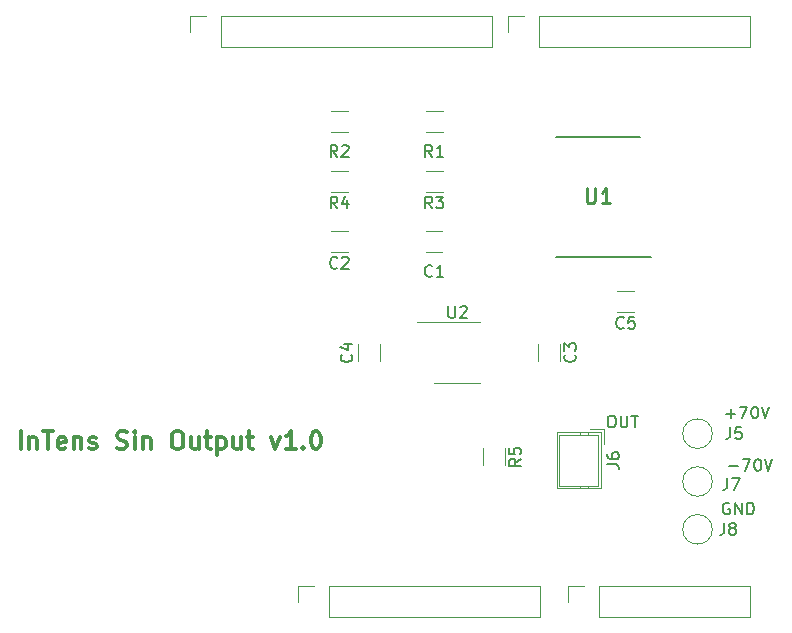
<source format=gbr>
%TF.GenerationSoftware,KiCad,Pcbnew,7.0.11-7.0.11~ubuntu22.04.1*%
%TF.CreationDate,2024-03-05T16:18:53-05:00*%
%TF.ProjectId,PCB,5043422e-6b69-4636-9164-5f7063625858,rev?*%
%TF.SameCoordinates,Original*%
%TF.FileFunction,Legend,Top*%
%TF.FilePolarity,Positive*%
%FSLAX46Y46*%
G04 Gerber Fmt 4.6, Leading zero omitted, Abs format (unit mm)*
G04 Created by KiCad (PCBNEW 7.0.11-7.0.11~ubuntu22.04.1) date 2024-03-05 16:18:53*
%MOMM*%
%LPD*%
G01*
G04 APERTURE LIST*
%ADD10C,0.150000*%
%ADD11C,0.300000*%
%ADD12C,0.254000*%
%ADD13C,0.120000*%
%ADD14C,0.200000*%
G04 APERTURE END LIST*
D10*
X153037255Y-81719819D02*
X153227731Y-81719819D01*
X153227731Y-81719819D02*
X153322969Y-81767438D01*
X153322969Y-81767438D02*
X153418207Y-81862676D01*
X153418207Y-81862676D02*
X153465826Y-82053152D01*
X153465826Y-82053152D02*
X153465826Y-82386485D01*
X153465826Y-82386485D02*
X153418207Y-82576961D01*
X153418207Y-82576961D02*
X153322969Y-82672200D01*
X153322969Y-82672200D02*
X153227731Y-82719819D01*
X153227731Y-82719819D02*
X153037255Y-82719819D01*
X153037255Y-82719819D02*
X152942017Y-82672200D01*
X152942017Y-82672200D02*
X152846779Y-82576961D01*
X152846779Y-82576961D02*
X152799160Y-82386485D01*
X152799160Y-82386485D02*
X152799160Y-82053152D01*
X152799160Y-82053152D02*
X152846779Y-81862676D01*
X152846779Y-81862676D02*
X152942017Y-81767438D01*
X152942017Y-81767438D02*
X153037255Y-81719819D01*
X153894398Y-81719819D02*
X153894398Y-82529342D01*
X153894398Y-82529342D02*
X153942017Y-82624580D01*
X153942017Y-82624580D02*
X153989636Y-82672200D01*
X153989636Y-82672200D02*
X154084874Y-82719819D01*
X154084874Y-82719819D02*
X154275350Y-82719819D01*
X154275350Y-82719819D02*
X154370588Y-82672200D01*
X154370588Y-82672200D02*
X154418207Y-82624580D01*
X154418207Y-82624580D02*
X154465826Y-82529342D01*
X154465826Y-82529342D02*
X154465826Y-81719819D01*
X154799160Y-81719819D02*
X155370588Y-81719819D01*
X155084874Y-82719819D02*
X155084874Y-81719819D01*
X163090588Y-89138438D02*
X162995350Y-89090819D01*
X162995350Y-89090819D02*
X162852493Y-89090819D01*
X162852493Y-89090819D02*
X162709636Y-89138438D01*
X162709636Y-89138438D02*
X162614398Y-89233676D01*
X162614398Y-89233676D02*
X162566779Y-89328914D01*
X162566779Y-89328914D02*
X162519160Y-89519390D01*
X162519160Y-89519390D02*
X162519160Y-89662247D01*
X162519160Y-89662247D02*
X162566779Y-89852723D01*
X162566779Y-89852723D02*
X162614398Y-89947961D01*
X162614398Y-89947961D02*
X162709636Y-90043200D01*
X162709636Y-90043200D02*
X162852493Y-90090819D01*
X162852493Y-90090819D02*
X162947731Y-90090819D01*
X162947731Y-90090819D02*
X163090588Y-90043200D01*
X163090588Y-90043200D02*
X163138207Y-89995580D01*
X163138207Y-89995580D02*
X163138207Y-89662247D01*
X163138207Y-89662247D02*
X162947731Y-89662247D01*
X163566779Y-90090819D02*
X163566779Y-89090819D01*
X163566779Y-89090819D02*
X164138207Y-90090819D01*
X164138207Y-90090819D02*
X164138207Y-89090819D01*
X164614398Y-90090819D02*
X164614398Y-89090819D01*
X164614398Y-89090819D02*
X164852493Y-89090819D01*
X164852493Y-89090819D02*
X164995350Y-89138438D01*
X164995350Y-89138438D02*
X165090588Y-89233676D01*
X165090588Y-89233676D02*
X165138207Y-89328914D01*
X165138207Y-89328914D02*
X165185826Y-89519390D01*
X165185826Y-89519390D02*
X165185826Y-89662247D01*
X165185826Y-89662247D02*
X165138207Y-89852723D01*
X165138207Y-89852723D02*
X165090588Y-89947961D01*
X165090588Y-89947961D02*
X164995350Y-90043200D01*
X164995350Y-90043200D02*
X164852493Y-90090819D01*
X164852493Y-90090819D02*
X164614398Y-90090819D01*
X163074779Y-86026866D02*
X163836684Y-86026866D01*
X164217636Y-85407819D02*
X164884302Y-85407819D01*
X164884302Y-85407819D02*
X164455731Y-86407819D01*
X165455731Y-85407819D02*
X165550969Y-85407819D01*
X165550969Y-85407819D02*
X165646207Y-85455438D01*
X165646207Y-85455438D02*
X165693826Y-85503057D01*
X165693826Y-85503057D02*
X165741445Y-85598295D01*
X165741445Y-85598295D02*
X165789064Y-85788771D01*
X165789064Y-85788771D02*
X165789064Y-86026866D01*
X165789064Y-86026866D02*
X165741445Y-86217342D01*
X165741445Y-86217342D02*
X165693826Y-86312580D01*
X165693826Y-86312580D02*
X165646207Y-86360200D01*
X165646207Y-86360200D02*
X165550969Y-86407819D01*
X165550969Y-86407819D02*
X165455731Y-86407819D01*
X165455731Y-86407819D02*
X165360493Y-86360200D01*
X165360493Y-86360200D02*
X165312874Y-86312580D01*
X165312874Y-86312580D02*
X165265255Y-86217342D01*
X165265255Y-86217342D02*
X165217636Y-86026866D01*
X165217636Y-86026866D02*
X165217636Y-85788771D01*
X165217636Y-85788771D02*
X165265255Y-85598295D01*
X165265255Y-85598295D02*
X165312874Y-85503057D01*
X165312874Y-85503057D02*
X165360493Y-85455438D01*
X165360493Y-85455438D02*
X165455731Y-85407819D01*
X166074779Y-85407819D02*
X166408112Y-86407819D01*
X166408112Y-86407819D02*
X166741445Y-85407819D01*
X162820779Y-81581866D02*
X163582684Y-81581866D01*
X163201731Y-81962819D02*
X163201731Y-81200914D01*
X163963636Y-80962819D02*
X164630302Y-80962819D01*
X164630302Y-80962819D02*
X164201731Y-81962819D01*
X165201731Y-80962819D02*
X165296969Y-80962819D01*
X165296969Y-80962819D02*
X165392207Y-81010438D01*
X165392207Y-81010438D02*
X165439826Y-81058057D01*
X165439826Y-81058057D02*
X165487445Y-81153295D01*
X165487445Y-81153295D02*
X165535064Y-81343771D01*
X165535064Y-81343771D02*
X165535064Y-81581866D01*
X165535064Y-81581866D02*
X165487445Y-81772342D01*
X165487445Y-81772342D02*
X165439826Y-81867580D01*
X165439826Y-81867580D02*
X165392207Y-81915200D01*
X165392207Y-81915200D02*
X165296969Y-81962819D01*
X165296969Y-81962819D02*
X165201731Y-81962819D01*
X165201731Y-81962819D02*
X165106493Y-81915200D01*
X165106493Y-81915200D02*
X165058874Y-81867580D01*
X165058874Y-81867580D02*
X165011255Y-81772342D01*
X165011255Y-81772342D02*
X164963636Y-81581866D01*
X164963636Y-81581866D02*
X164963636Y-81343771D01*
X164963636Y-81343771D02*
X165011255Y-81153295D01*
X165011255Y-81153295D02*
X165058874Y-81058057D01*
X165058874Y-81058057D02*
X165106493Y-81010438D01*
X165106493Y-81010438D02*
X165201731Y-80962819D01*
X165820779Y-80962819D02*
X166154112Y-81962819D01*
X166154112Y-81962819D02*
X166487445Y-80962819D01*
D11*
X103094510Y-84560828D02*
X103094510Y-83060828D01*
X103808796Y-83560828D02*
X103808796Y-84560828D01*
X103808796Y-83703685D02*
X103880225Y-83632257D01*
X103880225Y-83632257D02*
X104023082Y-83560828D01*
X104023082Y-83560828D02*
X104237368Y-83560828D01*
X104237368Y-83560828D02*
X104380225Y-83632257D01*
X104380225Y-83632257D02*
X104451654Y-83775114D01*
X104451654Y-83775114D02*
X104451654Y-84560828D01*
X104951654Y-83060828D02*
X105808797Y-83060828D01*
X105380225Y-84560828D02*
X105380225Y-83060828D01*
X106880225Y-84489400D02*
X106737368Y-84560828D01*
X106737368Y-84560828D02*
X106451654Y-84560828D01*
X106451654Y-84560828D02*
X106308796Y-84489400D01*
X106308796Y-84489400D02*
X106237368Y-84346542D01*
X106237368Y-84346542D02*
X106237368Y-83775114D01*
X106237368Y-83775114D02*
X106308796Y-83632257D01*
X106308796Y-83632257D02*
X106451654Y-83560828D01*
X106451654Y-83560828D02*
X106737368Y-83560828D01*
X106737368Y-83560828D02*
X106880225Y-83632257D01*
X106880225Y-83632257D02*
X106951654Y-83775114D01*
X106951654Y-83775114D02*
X106951654Y-83917971D01*
X106951654Y-83917971D02*
X106237368Y-84060828D01*
X107594510Y-83560828D02*
X107594510Y-84560828D01*
X107594510Y-83703685D02*
X107665939Y-83632257D01*
X107665939Y-83632257D02*
X107808796Y-83560828D01*
X107808796Y-83560828D02*
X108023082Y-83560828D01*
X108023082Y-83560828D02*
X108165939Y-83632257D01*
X108165939Y-83632257D02*
X108237368Y-83775114D01*
X108237368Y-83775114D02*
X108237368Y-84560828D01*
X108880225Y-84489400D02*
X109023082Y-84560828D01*
X109023082Y-84560828D02*
X109308796Y-84560828D01*
X109308796Y-84560828D02*
X109451653Y-84489400D01*
X109451653Y-84489400D02*
X109523082Y-84346542D01*
X109523082Y-84346542D02*
X109523082Y-84275114D01*
X109523082Y-84275114D02*
X109451653Y-84132257D01*
X109451653Y-84132257D02*
X109308796Y-84060828D01*
X109308796Y-84060828D02*
X109094511Y-84060828D01*
X109094511Y-84060828D02*
X108951653Y-83989400D01*
X108951653Y-83989400D02*
X108880225Y-83846542D01*
X108880225Y-83846542D02*
X108880225Y-83775114D01*
X108880225Y-83775114D02*
X108951653Y-83632257D01*
X108951653Y-83632257D02*
X109094511Y-83560828D01*
X109094511Y-83560828D02*
X109308796Y-83560828D01*
X109308796Y-83560828D02*
X109451653Y-83632257D01*
X111237368Y-84489400D02*
X111451654Y-84560828D01*
X111451654Y-84560828D02*
X111808796Y-84560828D01*
X111808796Y-84560828D02*
X111951654Y-84489400D01*
X111951654Y-84489400D02*
X112023082Y-84417971D01*
X112023082Y-84417971D02*
X112094511Y-84275114D01*
X112094511Y-84275114D02*
X112094511Y-84132257D01*
X112094511Y-84132257D02*
X112023082Y-83989400D01*
X112023082Y-83989400D02*
X111951654Y-83917971D01*
X111951654Y-83917971D02*
X111808796Y-83846542D01*
X111808796Y-83846542D02*
X111523082Y-83775114D01*
X111523082Y-83775114D02*
X111380225Y-83703685D01*
X111380225Y-83703685D02*
X111308796Y-83632257D01*
X111308796Y-83632257D02*
X111237368Y-83489400D01*
X111237368Y-83489400D02*
X111237368Y-83346542D01*
X111237368Y-83346542D02*
X111308796Y-83203685D01*
X111308796Y-83203685D02*
X111380225Y-83132257D01*
X111380225Y-83132257D02*
X111523082Y-83060828D01*
X111523082Y-83060828D02*
X111880225Y-83060828D01*
X111880225Y-83060828D02*
X112094511Y-83132257D01*
X112737367Y-84560828D02*
X112737367Y-83560828D01*
X112737367Y-83060828D02*
X112665939Y-83132257D01*
X112665939Y-83132257D02*
X112737367Y-83203685D01*
X112737367Y-83203685D02*
X112808796Y-83132257D01*
X112808796Y-83132257D02*
X112737367Y-83060828D01*
X112737367Y-83060828D02*
X112737367Y-83203685D01*
X113451653Y-83560828D02*
X113451653Y-84560828D01*
X113451653Y-83703685D02*
X113523082Y-83632257D01*
X113523082Y-83632257D02*
X113665939Y-83560828D01*
X113665939Y-83560828D02*
X113880225Y-83560828D01*
X113880225Y-83560828D02*
X114023082Y-83632257D01*
X114023082Y-83632257D02*
X114094511Y-83775114D01*
X114094511Y-83775114D02*
X114094511Y-84560828D01*
X116237368Y-83060828D02*
X116523082Y-83060828D01*
X116523082Y-83060828D02*
X116665939Y-83132257D01*
X116665939Y-83132257D02*
X116808796Y-83275114D01*
X116808796Y-83275114D02*
X116880225Y-83560828D01*
X116880225Y-83560828D02*
X116880225Y-84060828D01*
X116880225Y-84060828D02*
X116808796Y-84346542D01*
X116808796Y-84346542D02*
X116665939Y-84489400D01*
X116665939Y-84489400D02*
X116523082Y-84560828D01*
X116523082Y-84560828D02*
X116237368Y-84560828D01*
X116237368Y-84560828D02*
X116094511Y-84489400D01*
X116094511Y-84489400D02*
X115951653Y-84346542D01*
X115951653Y-84346542D02*
X115880225Y-84060828D01*
X115880225Y-84060828D02*
X115880225Y-83560828D01*
X115880225Y-83560828D02*
X115951653Y-83275114D01*
X115951653Y-83275114D02*
X116094511Y-83132257D01*
X116094511Y-83132257D02*
X116237368Y-83060828D01*
X118165940Y-83560828D02*
X118165940Y-84560828D01*
X117523082Y-83560828D02*
X117523082Y-84346542D01*
X117523082Y-84346542D02*
X117594511Y-84489400D01*
X117594511Y-84489400D02*
X117737368Y-84560828D01*
X117737368Y-84560828D02*
X117951654Y-84560828D01*
X117951654Y-84560828D02*
X118094511Y-84489400D01*
X118094511Y-84489400D02*
X118165940Y-84417971D01*
X118665940Y-83560828D02*
X119237368Y-83560828D01*
X118880225Y-83060828D02*
X118880225Y-84346542D01*
X118880225Y-84346542D02*
X118951654Y-84489400D01*
X118951654Y-84489400D02*
X119094511Y-84560828D01*
X119094511Y-84560828D02*
X119237368Y-84560828D01*
X119737368Y-83560828D02*
X119737368Y-85060828D01*
X119737368Y-83632257D02*
X119880226Y-83560828D01*
X119880226Y-83560828D02*
X120165940Y-83560828D01*
X120165940Y-83560828D02*
X120308797Y-83632257D01*
X120308797Y-83632257D02*
X120380226Y-83703685D01*
X120380226Y-83703685D02*
X120451654Y-83846542D01*
X120451654Y-83846542D02*
X120451654Y-84275114D01*
X120451654Y-84275114D02*
X120380226Y-84417971D01*
X120380226Y-84417971D02*
X120308797Y-84489400D01*
X120308797Y-84489400D02*
X120165940Y-84560828D01*
X120165940Y-84560828D02*
X119880226Y-84560828D01*
X119880226Y-84560828D02*
X119737368Y-84489400D01*
X121737369Y-83560828D02*
X121737369Y-84560828D01*
X121094511Y-83560828D02*
X121094511Y-84346542D01*
X121094511Y-84346542D02*
X121165940Y-84489400D01*
X121165940Y-84489400D02*
X121308797Y-84560828D01*
X121308797Y-84560828D02*
X121523083Y-84560828D01*
X121523083Y-84560828D02*
X121665940Y-84489400D01*
X121665940Y-84489400D02*
X121737369Y-84417971D01*
X122237369Y-83560828D02*
X122808797Y-83560828D01*
X122451654Y-83060828D02*
X122451654Y-84346542D01*
X122451654Y-84346542D02*
X122523083Y-84489400D01*
X122523083Y-84489400D02*
X122665940Y-84560828D01*
X122665940Y-84560828D02*
X122808797Y-84560828D01*
X124308797Y-83560828D02*
X124665940Y-84560828D01*
X124665940Y-84560828D02*
X125023083Y-83560828D01*
X126380226Y-84560828D02*
X125523083Y-84560828D01*
X125951654Y-84560828D02*
X125951654Y-83060828D01*
X125951654Y-83060828D02*
X125808797Y-83275114D01*
X125808797Y-83275114D02*
X125665940Y-83417971D01*
X125665940Y-83417971D02*
X125523083Y-83489400D01*
X127023082Y-84417971D02*
X127094511Y-84489400D01*
X127094511Y-84489400D02*
X127023082Y-84560828D01*
X127023082Y-84560828D02*
X126951654Y-84489400D01*
X126951654Y-84489400D02*
X127023082Y-84417971D01*
X127023082Y-84417971D02*
X127023082Y-84560828D01*
X128023083Y-83060828D02*
X128165940Y-83060828D01*
X128165940Y-83060828D02*
X128308797Y-83132257D01*
X128308797Y-83132257D02*
X128380226Y-83203685D01*
X128380226Y-83203685D02*
X128451654Y-83346542D01*
X128451654Y-83346542D02*
X128523083Y-83632257D01*
X128523083Y-83632257D02*
X128523083Y-83989400D01*
X128523083Y-83989400D02*
X128451654Y-84275114D01*
X128451654Y-84275114D02*
X128380226Y-84417971D01*
X128380226Y-84417971D02*
X128308797Y-84489400D01*
X128308797Y-84489400D02*
X128165940Y-84560828D01*
X128165940Y-84560828D02*
X128023083Y-84560828D01*
X128023083Y-84560828D02*
X127880226Y-84489400D01*
X127880226Y-84489400D02*
X127808797Y-84417971D01*
X127808797Y-84417971D02*
X127737368Y-84275114D01*
X127737368Y-84275114D02*
X127665940Y-83989400D01*
X127665940Y-83989400D02*
X127665940Y-83632257D01*
X127665940Y-83632257D02*
X127737368Y-83346542D01*
X127737368Y-83346542D02*
X127808797Y-83203685D01*
X127808797Y-83203685D02*
X127880226Y-83132257D01*
X127880226Y-83132257D02*
X128023083Y-83060828D01*
D10*
X162658666Y-90818819D02*
X162658666Y-91533104D01*
X162658666Y-91533104D02*
X162611047Y-91675961D01*
X162611047Y-91675961D02*
X162515809Y-91771200D01*
X162515809Y-91771200D02*
X162372952Y-91818819D01*
X162372952Y-91818819D02*
X162277714Y-91818819D01*
X163277714Y-91247390D02*
X163182476Y-91199771D01*
X163182476Y-91199771D02*
X163134857Y-91152152D01*
X163134857Y-91152152D02*
X163087238Y-91056914D01*
X163087238Y-91056914D02*
X163087238Y-91009295D01*
X163087238Y-91009295D02*
X163134857Y-90914057D01*
X163134857Y-90914057D02*
X163182476Y-90866438D01*
X163182476Y-90866438D02*
X163277714Y-90818819D01*
X163277714Y-90818819D02*
X163468190Y-90818819D01*
X163468190Y-90818819D02*
X163563428Y-90866438D01*
X163563428Y-90866438D02*
X163611047Y-90914057D01*
X163611047Y-90914057D02*
X163658666Y-91009295D01*
X163658666Y-91009295D02*
X163658666Y-91056914D01*
X163658666Y-91056914D02*
X163611047Y-91152152D01*
X163611047Y-91152152D02*
X163563428Y-91199771D01*
X163563428Y-91199771D02*
X163468190Y-91247390D01*
X163468190Y-91247390D02*
X163277714Y-91247390D01*
X163277714Y-91247390D02*
X163182476Y-91295009D01*
X163182476Y-91295009D02*
X163134857Y-91342628D01*
X163134857Y-91342628D02*
X163087238Y-91437866D01*
X163087238Y-91437866D02*
X163087238Y-91628342D01*
X163087238Y-91628342D02*
X163134857Y-91723580D01*
X163134857Y-91723580D02*
X163182476Y-91771200D01*
X163182476Y-91771200D02*
X163277714Y-91818819D01*
X163277714Y-91818819D02*
X163468190Y-91818819D01*
X163468190Y-91818819D02*
X163563428Y-91771200D01*
X163563428Y-91771200D02*
X163611047Y-91723580D01*
X163611047Y-91723580D02*
X163658666Y-91628342D01*
X163658666Y-91628342D02*
X163658666Y-91437866D01*
X163658666Y-91437866D02*
X163611047Y-91342628D01*
X163611047Y-91342628D02*
X163563428Y-91295009D01*
X163563428Y-91295009D02*
X163468190Y-91247390D01*
X137933333Y-59814819D02*
X137600000Y-59338628D01*
X137361905Y-59814819D02*
X137361905Y-58814819D01*
X137361905Y-58814819D02*
X137742857Y-58814819D01*
X137742857Y-58814819D02*
X137838095Y-58862438D01*
X137838095Y-58862438D02*
X137885714Y-58910057D01*
X137885714Y-58910057D02*
X137933333Y-59005295D01*
X137933333Y-59005295D02*
X137933333Y-59148152D01*
X137933333Y-59148152D02*
X137885714Y-59243390D01*
X137885714Y-59243390D02*
X137838095Y-59291009D01*
X137838095Y-59291009D02*
X137742857Y-59338628D01*
X137742857Y-59338628D02*
X137361905Y-59338628D01*
X138885714Y-59814819D02*
X138314286Y-59814819D01*
X138600000Y-59814819D02*
X138600000Y-58814819D01*
X138600000Y-58814819D02*
X138504762Y-58957676D01*
X138504762Y-58957676D02*
X138409524Y-59052914D01*
X138409524Y-59052914D02*
X138314286Y-59100533D01*
X137933333Y-64174819D02*
X137600000Y-63698628D01*
X137361905Y-64174819D02*
X137361905Y-63174819D01*
X137361905Y-63174819D02*
X137742857Y-63174819D01*
X137742857Y-63174819D02*
X137838095Y-63222438D01*
X137838095Y-63222438D02*
X137885714Y-63270057D01*
X137885714Y-63270057D02*
X137933333Y-63365295D01*
X137933333Y-63365295D02*
X137933333Y-63508152D01*
X137933333Y-63508152D02*
X137885714Y-63603390D01*
X137885714Y-63603390D02*
X137838095Y-63651009D01*
X137838095Y-63651009D02*
X137742857Y-63698628D01*
X137742857Y-63698628D02*
X137361905Y-63698628D01*
X138266667Y-63174819D02*
X138885714Y-63174819D01*
X138885714Y-63174819D02*
X138552381Y-63555771D01*
X138552381Y-63555771D02*
X138695238Y-63555771D01*
X138695238Y-63555771D02*
X138790476Y-63603390D01*
X138790476Y-63603390D02*
X138838095Y-63651009D01*
X138838095Y-63651009D02*
X138885714Y-63746247D01*
X138885714Y-63746247D02*
X138885714Y-63984342D01*
X138885714Y-63984342D02*
X138838095Y-64079580D01*
X138838095Y-64079580D02*
X138790476Y-64127200D01*
X138790476Y-64127200D02*
X138695238Y-64174819D01*
X138695238Y-64174819D02*
X138409524Y-64174819D01*
X138409524Y-64174819D02*
X138314286Y-64127200D01*
X138314286Y-64127200D02*
X138266667Y-64079580D01*
D12*
X151007380Y-62474318D02*
X151007380Y-63502413D01*
X151007380Y-63502413D02*
X151067857Y-63623365D01*
X151067857Y-63623365D02*
X151128333Y-63683842D01*
X151128333Y-63683842D02*
X151249285Y-63744318D01*
X151249285Y-63744318D02*
X151491190Y-63744318D01*
X151491190Y-63744318D02*
X151612142Y-63683842D01*
X151612142Y-63683842D02*
X151672619Y-63623365D01*
X151672619Y-63623365D02*
X151733095Y-63502413D01*
X151733095Y-63502413D02*
X151733095Y-62474318D01*
X153003095Y-63744318D02*
X152277380Y-63744318D01*
X152640237Y-63744318D02*
X152640237Y-62474318D01*
X152640237Y-62474318D02*
X152519285Y-62655746D01*
X152519285Y-62655746D02*
X152398333Y-62776699D01*
X152398333Y-62776699D02*
X152277380Y-62837175D01*
D10*
X145454819Y-85376666D02*
X144978628Y-85709999D01*
X145454819Y-85948094D02*
X144454819Y-85948094D01*
X144454819Y-85948094D02*
X144454819Y-85567142D01*
X144454819Y-85567142D02*
X144502438Y-85471904D01*
X144502438Y-85471904D02*
X144550057Y-85424285D01*
X144550057Y-85424285D02*
X144645295Y-85376666D01*
X144645295Y-85376666D02*
X144788152Y-85376666D01*
X144788152Y-85376666D02*
X144883390Y-85424285D01*
X144883390Y-85424285D02*
X144931009Y-85471904D01*
X144931009Y-85471904D02*
X144978628Y-85567142D01*
X144978628Y-85567142D02*
X144978628Y-85948094D01*
X144454819Y-84471904D02*
X144454819Y-84948094D01*
X144454819Y-84948094D02*
X144931009Y-84995713D01*
X144931009Y-84995713D02*
X144883390Y-84948094D01*
X144883390Y-84948094D02*
X144835771Y-84852856D01*
X144835771Y-84852856D02*
X144835771Y-84614761D01*
X144835771Y-84614761D02*
X144883390Y-84519523D01*
X144883390Y-84519523D02*
X144931009Y-84471904D01*
X144931009Y-84471904D02*
X145026247Y-84424285D01*
X145026247Y-84424285D02*
X145264342Y-84424285D01*
X145264342Y-84424285D02*
X145359580Y-84471904D01*
X145359580Y-84471904D02*
X145407200Y-84519523D01*
X145407200Y-84519523D02*
X145454819Y-84614761D01*
X145454819Y-84614761D02*
X145454819Y-84852856D01*
X145454819Y-84852856D02*
X145407200Y-84948094D01*
X145407200Y-84948094D02*
X145359580Y-84995713D01*
X154150833Y-74269580D02*
X154103214Y-74317200D01*
X154103214Y-74317200D02*
X153960357Y-74364819D01*
X153960357Y-74364819D02*
X153865119Y-74364819D01*
X153865119Y-74364819D02*
X153722262Y-74317200D01*
X153722262Y-74317200D02*
X153627024Y-74221961D01*
X153627024Y-74221961D02*
X153579405Y-74126723D01*
X153579405Y-74126723D02*
X153531786Y-73936247D01*
X153531786Y-73936247D02*
X153531786Y-73793390D01*
X153531786Y-73793390D02*
X153579405Y-73602914D01*
X153579405Y-73602914D02*
X153627024Y-73507676D01*
X153627024Y-73507676D02*
X153722262Y-73412438D01*
X153722262Y-73412438D02*
X153865119Y-73364819D01*
X153865119Y-73364819D02*
X153960357Y-73364819D01*
X153960357Y-73364819D02*
X154103214Y-73412438D01*
X154103214Y-73412438D02*
X154150833Y-73460057D01*
X155055595Y-73364819D02*
X154579405Y-73364819D01*
X154579405Y-73364819D02*
X154531786Y-73841009D01*
X154531786Y-73841009D02*
X154579405Y-73793390D01*
X154579405Y-73793390D02*
X154674643Y-73745771D01*
X154674643Y-73745771D02*
X154912738Y-73745771D01*
X154912738Y-73745771D02*
X155007976Y-73793390D01*
X155007976Y-73793390D02*
X155055595Y-73841009D01*
X155055595Y-73841009D02*
X155103214Y-73936247D01*
X155103214Y-73936247D02*
X155103214Y-74174342D01*
X155103214Y-74174342D02*
X155055595Y-74269580D01*
X155055595Y-74269580D02*
X155007976Y-74317200D01*
X155007976Y-74317200D02*
X154912738Y-74364819D01*
X154912738Y-74364819D02*
X154674643Y-74364819D01*
X154674643Y-74364819D02*
X154579405Y-74317200D01*
X154579405Y-74317200D02*
X154531786Y-74269580D01*
X150023656Y-76556666D02*
X150071276Y-76604285D01*
X150071276Y-76604285D02*
X150118895Y-76747142D01*
X150118895Y-76747142D02*
X150118895Y-76842380D01*
X150118895Y-76842380D02*
X150071276Y-76985237D01*
X150071276Y-76985237D02*
X149976037Y-77080475D01*
X149976037Y-77080475D02*
X149880799Y-77128094D01*
X149880799Y-77128094D02*
X149690323Y-77175713D01*
X149690323Y-77175713D02*
X149547466Y-77175713D01*
X149547466Y-77175713D02*
X149356990Y-77128094D01*
X149356990Y-77128094D02*
X149261752Y-77080475D01*
X149261752Y-77080475D02*
X149166514Y-76985237D01*
X149166514Y-76985237D02*
X149118895Y-76842380D01*
X149118895Y-76842380D02*
X149118895Y-76747142D01*
X149118895Y-76747142D02*
X149166514Y-76604285D01*
X149166514Y-76604285D02*
X149214133Y-76556666D01*
X149118895Y-76223332D02*
X149118895Y-75604285D01*
X149118895Y-75604285D02*
X149499847Y-75937618D01*
X149499847Y-75937618D02*
X149499847Y-75794761D01*
X149499847Y-75794761D02*
X149547466Y-75699523D01*
X149547466Y-75699523D02*
X149595085Y-75651904D01*
X149595085Y-75651904D02*
X149690323Y-75604285D01*
X149690323Y-75604285D02*
X149928418Y-75604285D01*
X149928418Y-75604285D02*
X150023656Y-75651904D01*
X150023656Y-75651904D02*
X150071276Y-75699523D01*
X150071276Y-75699523D02*
X150118895Y-75794761D01*
X150118895Y-75794761D02*
X150118895Y-76080475D01*
X150118895Y-76080475D02*
X150071276Y-76175713D01*
X150071276Y-76175713D02*
X150023656Y-76223332D01*
X139308095Y-72444819D02*
X139308095Y-73254342D01*
X139308095Y-73254342D02*
X139355714Y-73349580D01*
X139355714Y-73349580D02*
X139403333Y-73397200D01*
X139403333Y-73397200D02*
X139498571Y-73444819D01*
X139498571Y-73444819D02*
X139689047Y-73444819D01*
X139689047Y-73444819D02*
X139784285Y-73397200D01*
X139784285Y-73397200D02*
X139831904Y-73349580D01*
X139831904Y-73349580D02*
X139879523Y-73254342D01*
X139879523Y-73254342D02*
X139879523Y-72444819D01*
X140308095Y-72540057D02*
X140355714Y-72492438D01*
X140355714Y-72492438D02*
X140450952Y-72444819D01*
X140450952Y-72444819D02*
X140689047Y-72444819D01*
X140689047Y-72444819D02*
X140784285Y-72492438D01*
X140784285Y-72492438D02*
X140831904Y-72540057D01*
X140831904Y-72540057D02*
X140879523Y-72635295D01*
X140879523Y-72635295D02*
X140879523Y-72730533D01*
X140879523Y-72730533D02*
X140831904Y-72873390D01*
X140831904Y-72873390D02*
X140260476Y-73444819D01*
X140260476Y-73444819D02*
X140879523Y-73444819D01*
X129907619Y-69189580D02*
X129860000Y-69237200D01*
X129860000Y-69237200D02*
X129717143Y-69284819D01*
X129717143Y-69284819D02*
X129621905Y-69284819D01*
X129621905Y-69284819D02*
X129479048Y-69237200D01*
X129479048Y-69237200D02*
X129383810Y-69141961D01*
X129383810Y-69141961D02*
X129336191Y-69046723D01*
X129336191Y-69046723D02*
X129288572Y-68856247D01*
X129288572Y-68856247D02*
X129288572Y-68713390D01*
X129288572Y-68713390D02*
X129336191Y-68522914D01*
X129336191Y-68522914D02*
X129383810Y-68427676D01*
X129383810Y-68427676D02*
X129479048Y-68332438D01*
X129479048Y-68332438D02*
X129621905Y-68284819D01*
X129621905Y-68284819D02*
X129717143Y-68284819D01*
X129717143Y-68284819D02*
X129860000Y-68332438D01*
X129860000Y-68332438D02*
X129907619Y-68380057D01*
X130288572Y-68380057D02*
X130336191Y-68332438D01*
X130336191Y-68332438D02*
X130431429Y-68284819D01*
X130431429Y-68284819D02*
X130669524Y-68284819D01*
X130669524Y-68284819D02*
X130764762Y-68332438D01*
X130764762Y-68332438D02*
X130812381Y-68380057D01*
X130812381Y-68380057D02*
X130860000Y-68475295D01*
X130860000Y-68475295D02*
X130860000Y-68570533D01*
X130860000Y-68570533D02*
X130812381Y-68713390D01*
X130812381Y-68713390D02*
X130240953Y-69284819D01*
X130240953Y-69284819D02*
X130860000Y-69284819D01*
X137933333Y-69879580D02*
X137885714Y-69927200D01*
X137885714Y-69927200D02*
X137742857Y-69974819D01*
X137742857Y-69974819D02*
X137647619Y-69974819D01*
X137647619Y-69974819D02*
X137504762Y-69927200D01*
X137504762Y-69927200D02*
X137409524Y-69831961D01*
X137409524Y-69831961D02*
X137361905Y-69736723D01*
X137361905Y-69736723D02*
X137314286Y-69546247D01*
X137314286Y-69546247D02*
X137314286Y-69403390D01*
X137314286Y-69403390D02*
X137361905Y-69212914D01*
X137361905Y-69212914D02*
X137409524Y-69117676D01*
X137409524Y-69117676D02*
X137504762Y-69022438D01*
X137504762Y-69022438D02*
X137647619Y-68974819D01*
X137647619Y-68974819D02*
X137742857Y-68974819D01*
X137742857Y-68974819D02*
X137885714Y-69022438D01*
X137885714Y-69022438D02*
X137933333Y-69070057D01*
X138885714Y-69974819D02*
X138314286Y-69974819D01*
X138600000Y-69974819D02*
X138600000Y-68974819D01*
X138600000Y-68974819D02*
X138504762Y-69117676D01*
X138504762Y-69117676D02*
X138409524Y-69212914D01*
X138409524Y-69212914D02*
X138314286Y-69260533D01*
X163166666Y-82690819D02*
X163166666Y-83405104D01*
X163166666Y-83405104D02*
X163119047Y-83547961D01*
X163119047Y-83547961D02*
X163023809Y-83643200D01*
X163023809Y-83643200D02*
X162880952Y-83690819D01*
X162880952Y-83690819D02*
X162785714Y-83690819D01*
X164119047Y-82690819D02*
X163642857Y-82690819D01*
X163642857Y-82690819D02*
X163595238Y-83167009D01*
X163595238Y-83167009D02*
X163642857Y-83119390D01*
X163642857Y-83119390D02*
X163738095Y-83071771D01*
X163738095Y-83071771D02*
X163976190Y-83071771D01*
X163976190Y-83071771D02*
X164071428Y-83119390D01*
X164071428Y-83119390D02*
X164119047Y-83167009D01*
X164119047Y-83167009D02*
X164166666Y-83262247D01*
X164166666Y-83262247D02*
X164166666Y-83500342D01*
X164166666Y-83500342D02*
X164119047Y-83595580D01*
X164119047Y-83595580D02*
X164071428Y-83643200D01*
X164071428Y-83643200D02*
X163976190Y-83690819D01*
X163976190Y-83690819D02*
X163738095Y-83690819D01*
X163738095Y-83690819D02*
X163642857Y-83643200D01*
X163642857Y-83643200D02*
X163595238Y-83595580D01*
X152754819Y-85843333D02*
X153469104Y-85843333D01*
X153469104Y-85843333D02*
X153611961Y-85890952D01*
X153611961Y-85890952D02*
X153707200Y-85986190D01*
X153707200Y-85986190D02*
X153754819Y-86129047D01*
X153754819Y-86129047D02*
X153754819Y-86224285D01*
X152754819Y-84938571D02*
X152754819Y-85129047D01*
X152754819Y-85129047D02*
X152802438Y-85224285D01*
X152802438Y-85224285D02*
X152850057Y-85271904D01*
X152850057Y-85271904D02*
X152992914Y-85367142D01*
X152992914Y-85367142D02*
X153183390Y-85414761D01*
X153183390Y-85414761D02*
X153564342Y-85414761D01*
X153564342Y-85414761D02*
X153659580Y-85367142D01*
X153659580Y-85367142D02*
X153707200Y-85319523D01*
X153707200Y-85319523D02*
X153754819Y-85224285D01*
X153754819Y-85224285D02*
X153754819Y-85033809D01*
X153754819Y-85033809D02*
X153707200Y-84938571D01*
X153707200Y-84938571D02*
X153659580Y-84890952D01*
X153659580Y-84890952D02*
X153564342Y-84843333D01*
X153564342Y-84843333D02*
X153326247Y-84843333D01*
X153326247Y-84843333D02*
X153231009Y-84890952D01*
X153231009Y-84890952D02*
X153183390Y-84938571D01*
X153183390Y-84938571D02*
X153135771Y-85033809D01*
X153135771Y-85033809D02*
X153135771Y-85224285D01*
X153135771Y-85224285D02*
X153183390Y-85319523D01*
X153183390Y-85319523D02*
X153231009Y-85367142D01*
X153231009Y-85367142D02*
X153326247Y-85414761D01*
X162912666Y-87008819D02*
X162912666Y-87723104D01*
X162912666Y-87723104D02*
X162865047Y-87865961D01*
X162865047Y-87865961D02*
X162769809Y-87961200D01*
X162769809Y-87961200D02*
X162626952Y-88008819D01*
X162626952Y-88008819D02*
X162531714Y-88008819D01*
X163293619Y-87008819D02*
X163960285Y-87008819D01*
X163960285Y-87008819D02*
X163531714Y-88008819D01*
X131083656Y-76556666D02*
X131131276Y-76604285D01*
X131131276Y-76604285D02*
X131178895Y-76747142D01*
X131178895Y-76747142D02*
X131178895Y-76842380D01*
X131178895Y-76842380D02*
X131131276Y-76985237D01*
X131131276Y-76985237D02*
X131036037Y-77080475D01*
X131036037Y-77080475D02*
X130940799Y-77128094D01*
X130940799Y-77128094D02*
X130750323Y-77175713D01*
X130750323Y-77175713D02*
X130607466Y-77175713D01*
X130607466Y-77175713D02*
X130416990Y-77128094D01*
X130416990Y-77128094D02*
X130321752Y-77080475D01*
X130321752Y-77080475D02*
X130226514Y-76985237D01*
X130226514Y-76985237D02*
X130178895Y-76842380D01*
X130178895Y-76842380D02*
X130178895Y-76747142D01*
X130178895Y-76747142D02*
X130226514Y-76604285D01*
X130226514Y-76604285D02*
X130274133Y-76556666D01*
X130512228Y-75699523D02*
X131178895Y-75699523D01*
X130131276Y-75937618D02*
X130845561Y-76175713D01*
X130845561Y-76175713D02*
X130845561Y-75556666D01*
X129907619Y-59814819D02*
X129574286Y-59338628D01*
X129336191Y-59814819D02*
X129336191Y-58814819D01*
X129336191Y-58814819D02*
X129717143Y-58814819D01*
X129717143Y-58814819D02*
X129812381Y-58862438D01*
X129812381Y-58862438D02*
X129860000Y-58910057D01*
X129860000Y-58910057D02*
X129907619Y-59005295D01*
X129907619Y-59005295D02*
X129907619Y-59148152D01*
X129907619Y-59148152D02*
X129860000Y-59243390D01*
X129860000Y-59243390D02*
X129812381Y-59291009D01*
X129812381Y-59291009D02*
X129717143Y-59338628D01*
X129717143Y-59338628D02*
X129336191Y-59338628D01*
X130288572Y-58910057D02*
X130336191Y-58862438D01*
X130336191Y-58862438D02*
X130431429Y-58814819D01*
X130431429Y-58814819D02*
X130669524Y-58814819D01*
X130669524Y-58814819D02*
X130764762Y-58862438D01*
X130764762Y-58862438D02*
X130812381Y-58910057D01*
X130812381Y-58910057D02*
X130860000Y-59005295D01*
X130860000Y-59005295D02*
X130860000Y-59100533D01*
X130860000Y-59100533D02*
X130812381Y-59243390D01*
X130812381Y-59243390D02*
X130240953Y-59814819D01*
X130240953Y-59814819D02*
X130860000Y-59814819D01*
X129907619Y-64174819D02*
X129574286Y-63698628D01*
X129336191Y-64174819D02*
X129336191Y-63174819D01*
X129336191Y-63174819D02*
X129717143Y-63174819D01*
X129717143Y-63174819D02*
X129812381Y-63222438D01*
X129812381Y-63222438D02*
X129860000Y-63270057D01*
X129860000Y-63270057D02*
X129907619Y-63365295D01*
X129907619Y-63365295D02*
X129907619Y-63508152D01*
X129907619Y-63508152D02*
X129860000Y-63603390D01*
X129860000Y-63603390D02*
X129812381Y-63651009D01*
X129812381Y-63651009D02*
X129717143Y-63698628D01*
X129717143Y-63698628D02*
X129336191Y-63698628D01*
X130764762Y-63508152D02*
X130764762Y-64174819D01*
X130526667Y-63127200D02*
X130288572Y-63841485D01*
X130288572Y-63841485D02*
X130907619Y-63841485D01*
D13*
%TO.C,J1*%
X129210000Y-98790000D02*
X147050000Y-98790000D01*
X129210000Y-98790000D02*
X129210000Y-96130000D01*
X147050000Y-98790000D02*
X147050000Y-96130000D01*
X126610000Y-97460000D02*
X126610000Y-96130000D01*
X126610000Y-96130000D02*
X127940000Y-96130000D01*
X129210000Y-96130000D02*
X147050000Y-96130000D01*
%TO.C,J3*%
X152070000Y-98790000D02*
X164830000Y-98790000D01*
X152070000Y-98790000D02*
X152070000Y-96130000D01*
X164830000Y-98790000D02*
X164830000Y-96130000D01*
X149470000Y-97460000D02*
X149470000Y-96130000D01*
X149470000Y-96130000D02*
X150800000Y-96130000D01*
X152070000Y-96130000D02*
X164830000Y-96130000D01*
%TO.C,J2*%
X120066000Y-50530000D02*
X142986000Y-50530000D01*
X120066000Y-50530000D02*
X120066000Y-47870000D01*
X142986000Y-50530000D02*
X142986000Y-47870000D01*
X117466000Y-49200000D02*
X117466000Y-47870000D01*
X117466000Y-47870000D02*
X118796000Y-47870000D01*
X120066000Y-47870000D02*
X142986000Y-47870000D01*
%TO.C,J4*%
X146990000Y-50530000D02*
X164830000Y-50530000D01*
X146990000Y-50530000D02*
X146990000Y-47870000D01*
X164830000Y-50530000D02*
X164830000Y-47870000D01*
X144390000Y-49200000D02*
X144390000Y-47870000D01*
X144390000Y-47870000D02*
X145720000Y-47870000D01*
X146990000Y-47870000D02*
X164830000Y-47870000D01*
%TO.C,J8*%
X161652200Y-91350000D02*
G75*
G03*
X159150200Y-91350000I-1251000J0D01*
G01*
X159150200Y-91350000D02*
G75*
G03*
X161652200Y-91350000I1251000J0D01*
G01*
%TO.C,R1*%
X137372936Y-55910000D02*
X138827064Y-55910000D01*
X137372936Y-57730000D02*
X138827064Y-57730000D01*
%TO.C,R3*%
X138827064Y-62810000D02*
X137372936Y-62810000D01*
X138827064Y-60990000D02*
X137372936Y-60990000D01*
D14*
%TO.C,U1*%
X156460000Y-68250000D02*
X148419000Y-68250000D01*
X155531000Y-58090000D02*
X148419000Y-58090000D01*
D13*
%TO.C,R5*%
X144090000Y-84482936D02*
X144090000Y-85937064D01*
X142270000Y-84482936D02*
X142270000Y-85937064D01*
%TO.C,C5*%
X155028752Y-72970000D02*
X153606248Y-72970000D01*
X155028752Y-71150000D02*
X153606248Y-71150000D01*
%TO.C,C3*%
X148724076Y-75678748D02*
X148724076Y-77101252D01*
X146904076Y-75678748D02*
X146904076Y-77101252D01*
%TO.C,U2*%
X140070000Y-73830000D02*
X136620000Y-73830000D01*
X140070000Y-73830000D02*
X142020000Y-73830000D01*
X140070000Y-78950000D02*
X138120000Y-78950000D01*
X140070000Y-78950000D02*
X142020000Y-78950000D01*
%TO.C,C2*%
X130785538Y-67890000D02*
X129363034Y-67890000D01*
X130785538Y-66070000D02*
X129363034Y-66070000D01*
%TO.C,C1*%
X137388748Y-66070000D02*
X138811252Y-66070000D01*
X137388748Y-67890000D02*
X138811252Y-67890000D01*
%TO.C,J5*%
X161652200Y-83250000D02*
G75*
G03*
X159150200Y-83250000I-1251000J0D01*
G01*
X159150200Y-83250000D02*
G75*
G03*
X161652200Y-83250000I1251000J0D01*
G01*
%TO.C,J6*%
X152510000Y-82850000D02*
X151260000Y-82850000D01*
X152210000Y-83150000D02*
X148490000Y-83150000D01*
X151150000Y-83150000D02*
X151150000Y-83350000D01*
X148490000Y-83150000D02*
X148490000Y-87870000D01*
X152010000Y-83350000D02*
X152010000Y-87670000D01*
X151150000Y-83350000D02*
X152010000Y-83350000D01*
X151150000Y-83350000D02*
X150450000Y-83350000D01*
X150450000Y-83350000D02*
X150450000Y-83150000D01*
X150450000Y-83350000D02*
X148690000Y-83350000D01*
X148690000Y-83350000D02*
X148690000Y-87670000D01*
X152510000Y-84100000D02*
X152510000Y-82850000D01*
X152010000Y-87670000D02*
X151150000Y-87670000D01*
X151150000Y-87670000D02*
X150450000Y-87670000D01*
X151150000Y-87670000D02*
X151150000Y-87870000D01*
X150450000Y-87670000D02*
X150450000Y-87870000D01*
X148690000Y-87670000D02*
X150450000Y-87670000D01*
X152210000Y-87870000D02*
X152210000Y-83150000D01*
X148490000Y-87870000D02*
X152210000Y-87870000D01*
%TO.C,J7*%
X161652200Y-87300000D02*
G75*
G03*
X159150200Y-87300000I-1251000J0D01*
G01*
X159150200Y-87300000D02*
G75*
G03*
X161652200Y-87300000I1251000J0D01*
G01*
%TO.C,C4*%
X131664076Y-77101252D02*
X131664076Y-75678748D01*
X133484076Y-77101252D02*
X133484076Y-75678748D01*
%TO.C,R2*%
X129347222Y-55910000D02*
X130801350Y-55910000D01*
X129347222Y-57730000D02*
X130801350Y-57730000D01*
%TO.C,R4*%
X130801350Y-62810000D02*
X129347222Y-62810000D01*
X130801350Y-60990000D02*
X129347222Y-60990000D01*
%TD*%
M02*

</source>
